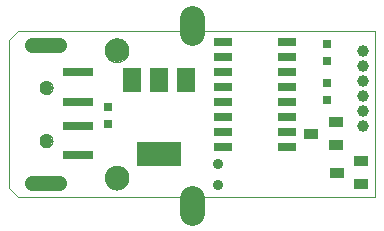
<source format=gts>
G75*
%MOIN*%
%OFA0B0*%
%FSLAX25Y25*%
%IPPOS*%
%LPD*%
%AMOC8*
5,1,8,0,0,1.08239X$1,22.5*
%
%ADD10C,0.00000*%
%ADD11C,0.07874*%
%ADD12C,0.08268*%
%ADD13R,0.05900X0.07900*%
%ADD14R,0.15000X0.07900*%
%ADD15R,0.04543X0.03650*%
%ADD16R,0.06000X0.02500*%
%ADD17C,0.03562*%
%ADD18R,0.09843X0.03150*%
%ADD19C,0.04331*%
%ADD20C,0.05000*%
%ADD21C,0.03937*%
%ADD22R,0.03150X0.03150*%
D10*
X0058802Y0013831D02*
X0061802Y0010831D01*
X0180849Y0010831D01*
X0180849Y0065949D01*
X0061802Y0065949D01*
X0058802Y0062949D01*
X0058802Y0013831D01*
X0090691Y0017130D02*
X0090693Y0017255D01*
X0090699Y0017380D01*
X0090709Y0017504D01*
X0090723Y0017628D01*
X0090740Y0017752D01*
X0090762Y0017875D01*
X0090788Y0017997D01*
X0090817Y0018119D01*
X0090850Y0018239D01*
X0090888Y0018358D01*
X0090928Y0018477D01*
X0090973Y0018593D01*
X0091021Y0018708D01*
X0091073Y0018822D01*
X0091129Y0018934D01*
X0091188Y0019044D01*
X0091250Y0019152D01*
X0091316Y0019259D01*
X0091385Y0019363D01*
X0091458Y0019464D01*
X0091533Y0019564D01*
X0091612Y0019661D01*
X0091694Y0019755D01*
X0091779Y0019847D01*
X0091866Y0019936D01*
X0091957Y0020022D01*
X0092050Y0020105D01*
X0092146Y0020186D01*
X0092244Y0020263D01*
X0092344Y0020337D01*
X0092447Y0020408D01*
X0092552Y0020475D01*
X0092660Y0020540D01*
X0092769Y0020600D01*
X0092880Y0020658D01*
X0092993Y0020711D01*
X0093107Y0020761D01*
X0093223Y0020808D01*
X0093340Y0020850D01*
X0093459Y0020889D01*
X0093579Y0020925D01*
X0093700Y0020956D01*
X0093822Y0020984D01*
X0093944Y0021007D01*
X0094068Y0021027D01*
X0094192Y0021043D01*
X0094316Y0021055D01*
X0094441Y0021063D01*
X0094566Y0021067D01*
X0094690Y0021067D01*
X0094815Y0021063D01*
X0094940Y0021055D01*
X0095064Y0021043D01*
X0095188Y0021027D01*
X0095312Y0021007D01*
X0095434Y0020984D01*
X0095556Y0020956D01*
X0095677Y0020925D01*
X0095797Y0020889D01*
X0095916Y0020850D01*
X0096033Y0020808D01*
X0096149Y0020761D01*
X0096263Y0020711D01*
X0096376Y0020658D01*
X0096487Y0020600D01*
X0096597Y0020540D01*
X0096704Y0020475D01*
X0096809Y0020408D01*
X0096912Y0020337D01*
X0097012Y0020263D01*
X0097110Y0020186D01*
X0097206Y0020105D01*
X0097299Y0020022D01*
X0097390Y0019936D01*
X0097477Y0019847D01*
X0097562Y0019755D01*
X0097644Y0019661D01*
X0097723Y0019564D01*
X0097798Y0019464D01*
X0097871Y0019363D01*
X0097940Y0019259D01*
X0098006Y0019152D01*
X0098068Y0019044D01*
X0098127Y0018934D01*
X0098183Y0018822D01*
X0098235Y0018708D01*
X0098283Y0018593D01*
X0098328Y0018477D01*
X0098368Y0018358D01*
X0098406Y0018239D01*
X0098439Y0018119D01*
X0098468Y0017997D01*
X0098494Y0017875D01*
X0098516Y0017752D01*
X0098533Y0017628D01*
X0098547Y0017504D01*
X0098557Y0017380D01*
X0098563Y0017255D01*
X0098565Y0017130D01*
X0098563Y0017005D01*
X0098557Y0016880D01*
X0098547Y0016756D01*
X0098533Y0016632D01*
X0098516Y0016508D01*
X0098494Y0016385D01*
X0098468Y0016263D01*
X0098439Y0016141D01*
X0098406Y0016021D01*
X0098368Y0015902D01*
X0098328Y0015783D01*
X0098283Y0015667D01*
X0098235Y0015552D01*
X0098183Y0015438D01*
X0098127Y0015326D01*
X0098068Y0015216D01*
X0098006Y0015108D01*
X0097940Y0015001D01*
X0097871Y0014897D01*
X0097798Y0014796D01*
X0097723Y0014696D01*
X0097644Y0014599D01*
X0097562Y0014505D01*
X0097477Y0014413D01*
X0097390Y0014324D01*
X0097299Y0014238D01*
X0097206Y0014155D01*
X0097110Y0014074D01*
X0097012Y0013997D01*
X0096912Y0013923D01*
X0096809Y0013852D01*
X0096704Y0013785D01*
X0096596Y0013720D01*
X0096487Y0013660D01*
X0096376Y0013602D01*
X0096263Y0013549D01*
X0096149Y0013499D01*
X0096033Y0013452D01*
X0095916Y0013410D01*
X0095797Y0013371D01*
X0095677Y0013335D01*
X0095556Y0013304D01*
X0095434Y0013276D01*
X0095312Y0013253D01*
X0095188Y0013233D01*
X0095064Y0013217D01*
X0094940Y0013205D01*
X0094815Y0013197D01*
X0094690Y0013193D01*
X0094566Y0013193D01*
X0094441Y0013197D01*
X0094316Y0013205D01*
X0094192Y0013217D01*
X0094068Y0013233D01*
X0093944Y0013253D01*
X0093822Y0013276D01*
X0093700Y0013304D01*
X0093579Y0013335D01*
X0093459Y0013371D01*
X0093340Y0013410D01*
X0093223Y0013452D01*
X0093107Y0013499D01*
X0092993Y0013549D01*
X0092880Y0013602D01*
X0092769Y0013660D01*
X0092659Y0013720D01*
X0092552Y0013785D01*
X0092447Y0013852D01*
X0092344Y0013923D01*
X0092244Y0013997D01*
X0092146Y0014074D01*
X0092050Y0014155D01*
X0091957Y0014238D01*
X0091866Y0014324D01*
X0091779Y0014413D01*
X0091694Y0014505D01*
X0091612Y0014599D01*
X0091533Y0014696D01*
X0091458Y0014796D01*
X0091385Y0014897D01*
X0091316Y0015001D01*
X0091250Y0015108D01*
X0091188Y0015216D01*
X0091129Y0015326D01*
X0091073Y0015438D01*
X0091021Y0015552D01*
X0090973Y0015667D01*
X0090928Y0015783D01*
X0090888Y0015902D01*
X0090850Y0016021D01*
X0090817Y0016141D01*
X0090788Y0016263D01*
X0090762Y0016385D01*
X0090740Y0016508D01*
X0090723Y0016632D01*
X0090709Y0016756D01*
X0090699Y0016880D01*
X0090693Y0017005D01*
X0090691Y0017130D01*
X0068920Y0029472D02*
X0068922Y0029565D01*
X0068928Y0029657D01*
X0068938Y0029749D01*
X0068952Y0029840D01*
X0068969Y0029931D01*
X0068991Y0030021D01*
X0069016Y0030110D01*
X0069045Y0030198D01*
X0069078Y0030284D01*
X0069115Y0030369D01*
X0069155Y0030453D01*
X0069199Y0030534D01*
X0069246Y0030614D01*
X0069296Y0030692D01*
X0069350Y0030767D01*
X0069407Y0030840D01*
X0069467Y0030910D01*
X0069530Y0030978D01*
X0069596Y0031043D01*
X0069664Y0031105D01*
X0069735Y0031165D01*
X0069809Y0031221D01*
X0069885Y0031274D01*
X0069963Y0031323D01*
X0070043Y0031370D01*
X0070125Y0031412D01*
X0070209Y0031452D01*
X0070294Y0031487D01*
X0070381Y0031519D01*
X0070469Y0031548D01*
X0070558Y0031572D01*
X0070648Y0031593D01*
X0070739Y0031609D01*
X0070831Y0031622D01*
X0070923Y0031631D01*
X0071016Y0031636D01*
X0071108Y0031637D01*
X0071201Y0031634D01*
X0071293Y0031627D01*
X0071385Y0031616D01*
X0071476Y0031601D01*
X0071567Y0031583D01*
X0071657Y0031560D01*
X0071745Y0031534D01*
X0071833Y0031504D01*
X0071919Y0031470D01*
X0072003Y0031433D01*
X0072086Y0031391D01*
X0072167Y0031347D01*
X0072247Y0031299D01*
X0072324Y0031248D01*
X0072398Y0031193D01*
X0072471Y0031135D01*
X0072541Y0031075D01*
X0072608Y0031011D01*
X0072672Y0030945D01*
X0072734Y0030875D01*
X0072792Y0030804D01*
X0072847Y0030730D01*
X0072899Y0030653D01*
X0072948Y0030574D01*
X0072994Y0030494D01*
X0073036Y0030411D01*
X0073074Y0030327D01*
X0073109Y0030241D01*
X0073140Y0030154D01*
X0073167Y0030066D01*
X0073190Y0029976D01*
X0073210Y0029886D01*
X0073226Y0029795D01*
X0073238Y0029703D01*
X0073246Y0029611D01*
X0073250Y0029518D01*
X0073250Y0029426D01*
X0073246Y0029333D01*
X0073238Y0029241D01*
X0073226Y0029149D01*
X0073210Y0029058D01*
X0073190Y0028968D01*
X0073167Y0028878D01*
X0073140Y0028790D01*
X0073109Y0028703D01*
X0073074Y0028617D01*
X0073036Y0028533D01*
X0072994Y0028450D01*
X0072948Y0028370D01*
X0072899Y0028291D01*
X0072847Y0028214D01*
X0072792Y0028140D01*
X0072734Y0028069D01*
X0072672Y0027999D01*
X0072608Y0027933D01*
X0072541Y0027869D01*
X0072471Y0027809D01*
X0072398Y0027751D01*
X0072324Y0027696D01*
X0072247Y0027645D01*
X0072168Y0027597D01*
X0072086Y0027553D01*
X0072003Y0027511D01*
X0071919Y0027474D01*
X0071833Y0027440D01*
X0071745Y0027410D01*
X0071657Y0027384D01*
X0071567Y0027361D01*
X0071476Y0027343D01*
X0071385Y0027328D01*
X0071293Y0027317D01*
X0071201Y0027310D01*
X0071108Y0027307D01*
X0071016Y0027308D01*
X0070923Y0027313D01*
X0070831Y0027322D01*
X0070739Y0027335D01*
X0070648Y0027351D01*
X0070558Y0027372D01*
X0070469Y0027396D01*
X0070381Y0027425D01*
X0070294Y0027457D01*
X0070209Y0027492D01*
X0070125Y0027532D01*
X0070043Y0027574D01*
X0069963Y0027621D01*
X0069885Y0027670D01*
X0069809Y0027723D01*
X0069735Y0027779D01*
X0069664Y0027839D01*
X0069596Y0027901D01*
X0069530Y0027966D01*
X0069467Y0028034D01*
X0069407Y0028104D01*
X0069350Y0028177D01*
X0069296Y0028252D01*
X0069246Y0028330D01*
X0069199Y0028410D01*
X0069155Y0028491D01*
X0069115Y0028575D01*
X0069078Y0028660D01*
X0069045Y0028746D01*
X0069016Y0028834D01*
X0068991Y0028923D01*
X0068969Y0029013D01*
X0068952Y0029104D01*
X0068938Y0029195D01*
X0068928Y0029287D01*
X0068922Y0029379D01*
X0068920Y0029472D01*
X0068920Y0047189D02*
X0068922Y0047282D01*
X0068928Y0047374D01*
X0068938Y0047466D01*
X0068952Y0047557D01*
X0068969Y0047648D01*
X0068991Y0047738D01*
X0069016Y0047827D01*
X0069045Y0047915D01*
X0069078Y0048001D01*
X0069115Y0048086D01*
X0069155Y0048170D01*
X0069199Y0048251D01*
X0069246Y0048331D01*
X0069296Y0048409D01*
X0069350Y0048484D01*
X0069407Y0048557D01*
X0069467Y0048627D01*
X0069530Y0048695D01*
X0069596Y0048760D01*
X0069664Y0048822D01*
X0069735Y0048882D01*
X0069809Y0048938D01*
X0069885Y0048991D01*
X0069963Y0049040D01*
X0070043Y0049087D01*
X0070125Y0049129D01*
X0070209Y0049169D01*
X0070294Y0049204D01*
X0070381Y0049236D01*
X0070469Y0049265D01*
X0070558Y0049289D01*
X0070648Y0049310D01*
X0070739Y0049326D01*
X0070831Y0049339D01*
X0070923Y0049348D01*
X0071016Y0049353D01*
X0071108Y0049354D01*
X0071201Y0049351D01*
X0071293Y0049344D01*
X0071385Y0049333D01*
X0071476Y0049318D01*
X0071567Y0049300D01*
X0071657Y0049277D01*
X0071745Y0049251D01*
X0071833Y0049221D01*
X0071919Y0049187D01*
X0072003Y0049150D01*
X0072086Y0049108D01*
X0072167Y0049064D01*
X0072247Y0049016D01*
X0072324Y0048965D01*
X0072398Y0048910D01*
X0072471Y0048852D01*
X0072541Y0048792D01*
X0072608Y0048728D01*
X0072672Y0048662D01*
X0072734Y0048592D01*
X0072792Y0048521D01*
X0072847Y0048447D01*
X0072899Y0048370D01*
X0072948Y0048291D01*
X0072994Y0048211D01*
X0073036Y0048128D01*
X0073074Y0048044D01*
X0073109Y0047958D01*
X0073140Y0047871D01*
X0073167Y0047783D01*
X0073190Y0047693D01*
X0073210Y0047603D01*
X0073226Y0047512D01*
X0073238Y0047420D01*
X0073246Y0047328D01*
X0073250Y0047235D01*
X0073250Y0047143D01*
X0073246Y0047050D01*
X0073238Y0046958D01*
X0073226Y0046866D01*
X0073210Y0046775D01*
X0073190Y0046685D01*
X0073167Y0046595D01*
X0073140Y0046507D01*
X0073109Y0046420D01*
X0073074Y0046334D01*
X0073036Y0046250D01*
X0072994Y0046167D01*
X0072948Y0046087D01*
X0072899Y0046008D01*
X0072847Y0045931D01*
X0072792Y0045857D01*
X0072734Y0045786D01*
X0072672Y0045716D01*
X0072608Y0045650D01*
X0072541Y0045586D01*
X0072471Y0045526D01*
X0072398Y0045468D01*
X0072324Y0045413D01*
X0072247Y0045362D01*
X0072168Y0045314D01*
X0072086Y0045270D01*
X0072003Y0045228D01*
X0071919Y0045191D01*
X0071833Y0045157D01*
X0071745Y0045127D01*
X0071657Y0045101D01*
X0071567Y0045078D01*
X0071476Y0045060D01*
X0071385Y0045045D01*
X0071293Y0045034D01*
X0071201Y0045027D01*
X0071108Y0045024D01*
X0071016Y0045025D01*
X0070923Y0045030D01*
X0070831Y0045039D01*
X0070739Y0045052D01*
X0070648Y0045068D01*
X0070558Y0045089D01*
X0070469Y0045113D01*
X0070381Y0045142D01*
X0070294Y0045174D01*
X0070209Y0045209D01*
X0070125Y0045249D01*
X0070043Y0045291D01*
X0069963Y0045338D01*
X0069885Y0045387D01*
X0069809Y0045440D01*
X0069735Y0045496D01*
X0069664Y0045556D01*
X0069596Y0045618D01*
X0069530Y0045683D01*
X0069467Y0045751D01*
X0069407Y0045821D01*
X0069350Y0045894D01*
X0069296Y0045969D01*
X0069246Y0046047D01*
X0069199Y0046127D01*
X0069155Y0046208D01*
X0069115Y0046292D01*
X0069078Y0046377D01*
X0069045Y0046463D01*
X0069016Y0046551D01*
X0068991Y0046640D01*
X0068969Y0046730D01*
X0068952Y0046821D01*
X0068938Y0046912D01*
X0068928Y0047004D01*
X0068922Y0047096D01*
X0068920Y0047189D01*
X0090691Y0059650D02*
X0090693Y0059775D01*
X0090699Y0059900D01*
X0090709Y0060024D01*
X0090723Y0060148D01*
X0090740Y0060272D01*
X0090762Y0060395D01*
X0090788Y0060517D01*
X0090817Y0060639D01*
X0090850Y0060759D01*
X0090888Y0060878D01*
X0090928Y0060997D01*
X0090973Y0061113D01*
X0091021Y0061228D01*
X0091073Y0061342D01*
X0091129Y0061454D01*
X0091188Y0061564D01*
X0091250Y0061672D01*
X0091316Y0061779D01*
X0091385Y0061883D01*
X0091458Y0061984D01*
X0091533Y0062084D01*
X0091612Y0062181D01*
X0091694Y0062275D01*
X0091779Y0062367D01*
X0091866Y0062456D01*
X0091957Y0062542D01*
X0092050Y0062625D01*
X0092146Y0062706D01*
X0092244Y0062783D01*
X0092344Y0062857D01*
X0092447Y0062928D01*
X0092552Y0062995D01*
X0092660Y0063060D01*
X0092769Y0063120D01*
X0092880Y0063178D01*
X0092993Y0063231D01*
X0093107Y0063281D01*
X0093223Y0063328D01*
X0093340Y0063370D01*
X0093459Y0063409D01*
X0093579Y0063445D01*
X0093700Y0063476D01*
X0093822Y0063504D01*
X0093944Y0063527D01*
X0094068Y0063547D01*
X0094192Y0063563D01*
X0094316Y0063575D01*
X0094441Y0063583D01*
X0094566Y0063587D01*
X0094690Y0063587D01*
X0094815Y0063583D01*
X0094940Y0063575D01*
X0095064Y0063563D01*
X0095188Y0063547D01*
X0095312Y0063527D01*
X0095434Y0063504D01*
X0095556Y0063476D01*
X0095677Y0063445D01*
X0095797Y0063409D01*
X0095916Y0063370D01*
X0096033Y0063328D01*
X0096149Y0063281D01*
X0096263Y0063231D01*
X0096376Y0063178D01*
X0096487Y0063120D01*
X0096597Y0063060D01*
X0096704Y0062995D01*
X0096809Y0062928D01*
X0096912Y0062857D01*
X0097012Y0062783D01*
X0097110Y0062706D01*
X0097206Y0062625D01*
X0097299Y0062542D01*
X0097390Y0062456D01*
X0097477Y0062367D01*
X0097562Y0062275D01*
X0097644Y0062181D01*
X0097723Y0062084D01*
X0097798Y0061984D01*
X0097871Y0061883D01*
X0097940Y0061779D01*
X0098006Y0061672D01*
X0098068Y0061564D01*
X0098127Y0061454D01*
X0098183Y0061342D01*
X0098235Y0061228D01*
X0098283Y0061113D01*
X0098328Y0060997D01*
X0098368Y0060878D01*
X0098406Y0060759D01*
X0098439Y0060639D01*
X0098468Y0060517D01*
X0098494Y0060395D01*
X0098516Y0060272D01*
X0098533Y0060148D01*
X0098547Y0060024D01*
X0098557Y0059900D01*
X0098563Y0059775D01*
X0098565Y0059650D01*
X0098563Y0059525D01*
X0098557Y0059400D01*
X0098547Y0059276D01*
X0098533Y0059152D01*
X0098516Y0059028D01*
X0098494Y0058905D01*
X0098468Y0058783D01*
X0098439Y0058661D01*
X0098406Y0058541D01*
X0098368Y0058422D01*
X0098328Y0058303D01*
X0098283Y0058187D01*
X0098235Y0058072D01*
X0098183Y0057958D01*
X0098127Y0057846D01*
X0098068Y0057736D01*
X0098006Y0057628D01*
X0097940Y0057521D01*
X0097871Y0057417D01*
X0097798Y0057316D01*
X0097723Y0057216D01*
X0097644Y0057119D01*
X0097562Y0057025D01*
X0097477Y0056933D01*
X0097390Y0056844D01*
X0097299Y0056758D01*
X0097206Y0056675D01*
X0097110Y0056594D01*
X0097012Y0056517D01*
X0096912Y0056443D01*
X0096809Y0056372D01*
X0096704Y0056305D01*
X0096596Y0056240D01*
X0096487Y0056180D01*
X0096376Y0056122D01*
X0096263Y0056069D01*
X0096149Y0056019D01*
X0096033Y0055972D01*
X0095916Y0055930D01*
X0095797Y0055891D01*
X0095677Y0055855D01*
X0095556Y0055824D01*
X0095434Y0055796D01*
X0095312Y0055773D01*
X0095188Y0055753D01*
X0095064Y0055737D01*
X0094940Y0055725D01*
X0094815Y0055717D01*
X0094690Y0055713D01*
X0094566Y0055713D01*
X0094441Y0055717D01*
X0094316Y0055725D01*
X0094192Y0055737D01*
X0094068Y0055753D01*
X0093944Y0055773D01*
X0093822Y0055796D01*
X0093700Y0055824D01*
X0093579Y0055855D01*
X0093459Y0055891D01*
X0093340Y0055930D01*
X0093223Y0055972D01*
X0093107Y0056019D01*
X0092993Y0056069D01*
X0092880Y0056122D01*
X0092769Y0056180D01*
X0092659Y0056240D01*
X0092552Y0056305D01*
X0092447Y0056372D01*
X0092344Y0056443D01*
X0092244Y0056517D01*
X0092146Y0056594D01*
X0092050Y0056675D01*
X0091957Y0056758D01*
X0091866Y0056844D01*
X0091779Y0056933D01*
X0091694Y0057025D01*
X0091612Y0057119D01*
X0091533Y0057216D01*
X0091458Y0057316D01*
X0091385Y0057417D01*
X0091316Y0057521D01*
X0091250Y0057628D01*
X0091188Y0057736D01*
X0091129Y0057846D01*
X0091073Y0057958D01*
X0091021Y0058072D01*
X0090973Y0058187D01*
X0090928Y0058303D01*
X0090888Y0058422D01*
X0090850Y0058541D01*
X0090817Y0058661D01*
X0090788Y0058783D01*
X0090762Y0058905D01*
X0090740Y0059028D01*
X0090723Y0059152D01*
X0090709Y0059276D01*
X0090699Y0059400D01*
X0090693Y0059525D01*
X0090691Y0059650D01*
D11*
X0094628Y0059650D03*
X0094628Y0017130D03*
D12*
X0119825Y0010331D02*
X0119825Y0005331D01*
X0119825Y0065331D02*
X0119825Y0070331D01*
D13*
X0117702Y0049731D03*
X0108702Y0049731D03*
X0099702Y0049731D03*
D14*
X0108802Y0024931D03*
D15*
X0159471Y0031831D03*
X0167739Y0035571D03*
X0167739Y0028091D03*
X0176239Y0022571D03*
X0167971Y0018831D03*
X0176239Y0015091D03*
D16*
X0151412Y0027331D03*
X0151412Y0032331D03*
X0151412Y0037331D03*
X0151412Y0042331D03*
X0151412Y0047331D03*
X0151412Y0052331D03*
X0151412Y0057331D03*
X0151412Y0062331D03*
X0130191Y0062331D03*
X0130191Y0057331D03*
X0130191Y0052331D03*
X0130191Y0047331D03*
X0130191Y0042331D03*
X0130191Y0037331D03*
X0130191Y0032331D03*
X0130191Y0027331D03*
D17*
X0128302Y0021831D03*
X0128302Y0014831D03*
D18*
X0081912Y0024551D03*
X0081912Y0034287D03*
X0081912Y0042374D03*
X0081912Y0052310D03*
D19*
X0071085Y0047189D03*
X0071085Y0029472D03*
D20*
X0075302Y0015331D02*
X0066302Y0015331D01*
X0066302Y0061331D02*
X0075302Y0061331D01*
D21*
X0176802Y0059331D03*
X0176802Y0054331D03*
X0176802Y0049331D03*
X0176802Y0044331D03*
X0176802Y0039331D03*
X0176802Y0034331D03*
D22*
X0164802Y0042878D03*
X0164802Y0048783D03*
X0164802Y0055878D03*
X0164802Y0061783D03*
X0091802Y0040783D03*
X0091802Y0034878D03*
M02*

</source>
